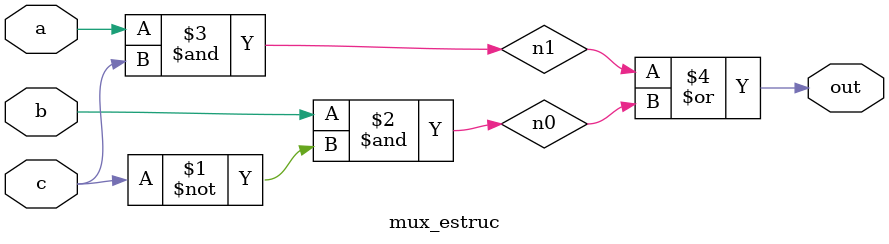
<source format=v>
module mux_estruc (out, c, a, b);
  // salidas del mux
  output out;
  input c, a, b;
  wire n1, n0;
  // nodos internos
  and(n0, b, ~c);
  and(n1, a, c);
  or(out, n1, n0);
endmodule

</source>
